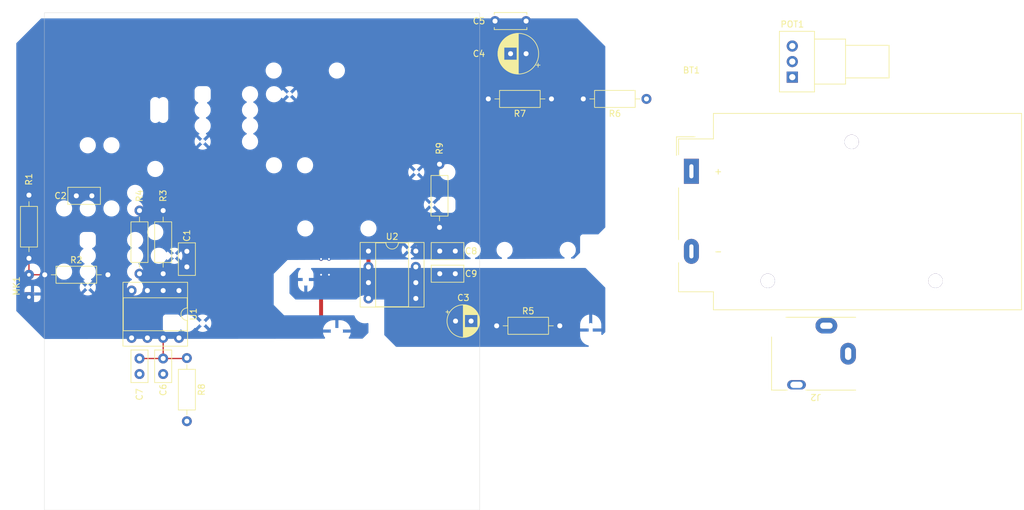
<source format=kicad_pcb>
(kicad_pcb (version 20241229) (generator "pcbnew") (generator_version "9.0")
  (title_block (title "JLI2555_tin_can_mic") (date "2025-11-10") (rev "1.0") (company "Anauseam") (comment 1 "Simple HiFi JLI-2555 microphone circuit") (comment 2 "Line-Level output "))
  (layers (0 "F.Cu" signal) (2 "B.Cu" signal) (13 "F.Paste" user) (15 "B.Paste" user) (5 "F.SilkS" user "F.Silkscreen") (7 "B.SilkS" user "B.Silkscreen") (1 "F.Mask" user) (3 "B.Mask" user) (25 "Edge.Cuts" user))
  (net 0 "")
  (net 1 "BAT -")
  (net 2 "+9v")
  (net 3 "Net-(U1A--)")
  (net 4 "Net-(C1-Pad2)")
  (net 5 "Net-(C2-Pad2)")
  (net 6 "GND")
  (net 7 "Net-(U2B-+)")
  (net 8 "Net-(U1B-V+)")
  (net 9 "Net-(U2C-V+)")
  (net 10 "Net-(J2-PadT)")
  (net 11 "Net-(MK1-+)")
  (net 12 "Net-(U2A-+)")
  (net 13 "Vref")
  (net 17 "Net-(U2B--)")
  (net 18 "Net-(C3-Pad2)")
  (net 19 "Net-(U1A-+)")
  (footprint "Resistor_THT:R_Axial_DIN0207_L6.3mm_D2.5mm_P10.16mm_Horizontal" (layer "F.Cu") (at 100.56 28.86 180)
    (property "Reference" "R7" (at 5.08 -2.37 0) (layer "F.SilkS"))
    (property "Value" "100k")
    (fp_line (start 9.12 0) (end 8.35 0) (stroke (width 0.12)) (layer "F.SilkS"))
    (fp_line (start 1.04 0) (end 1.81 0) (stroke (width 0.12)) (layer "F.SilkS"))
    (fp_rect (start 1.81 -1.37) (end 8.35 1.37) (stroke (width 0.12)) (fill no) (layer "F.SilkS"))
    (pad "1" thru_hole circle (at 0 0 180) (size 1.6 1.6) (drill 0.8) (layers "*.Cu" "*.Mask") (net 12 "Net-(U2A-+)"))
    (pad "2" thru_hole circle (at 10.16 0 180) (size 1.6 1.6) (drill 0.8) (layers "*.Cu" "*.Mask") (net 6 "GND"))
  )
  (footprint "Package_DIP:DIP-8_W7.62mm_Socket" (layer "F.Cu") (at 71.12 53.34)
    (property "Reference" "U2" (at 3.81 -2.33 0) (layer "F.SilkS"))
    (property "Value" "TL072")
    (fp_line (start 1.16 -1.33) (end 1.16 8.95) (stroke (width 0.12)) (layer "F.SilkS"))
    (fp_line (start 1.16 8.95) (end 6.46 8.95) (stroke (width 0.12)) (layer "F.SilkS"))
    (fp_line (start 2.81 -1.33) (end 1.16 -1.33) (stroke (width 0.12)) (layer "F.SilkS"))
    (fp_line (start 6.46 -1.33) (end 4.81 -1.33) (stroke (width 0.12)) (layer "F.SilkS"))
    (fp_line (start 6.46 8.95) (end 6.46 -1.33) (stroke (width 0.12)) (layer "F.SilkS"))
    (fp_rect (start -1.33 -1.39) (end 8.95 9.01) (stroke (width 0.12)) (fill no) (layer "F.SilkS"))
    (fp_arc (start 4.81 -1.33) (mid 3.81 -0.33) (end 2.81 -1.33) (stroke (width 0.12)) (layer "F.SilkS"))
    (pad "1" thru_hole roundrect (at 0 0) (size 1.6 1.6) (drill 0.8) (layers "*.Cu" "*.Mask") (roundrect_rratio 0.15625) (net 13 "Vref"))
    (pad "2" thru_hole circle (at 0 2.54) (size 1.6 1.6) (drill 0.8) (layers "*.Cu" "*.Mask") (net 13 "Vref"))
    (pad "3" thru_hole circle (at 0 5.08) (size 1.6 1.6) (drill 0.8) (layers "*.Cu" "*.Mask") (net 12 "Net-(U2A-+)"))
    (pad "4" thru_hole circle (at 0 7.62) (size 1.6 1.6) (drill 0.8) (layers "*.Cu" "*.Mask") (net 6 "GND"))
    (pad "5" thru_hole circle (at 7.62 7.62) (size 1.6 1.6) (drill 0.8) (layers "*.Cu" "*.Mask") (net 7 "Net-(U2B-+)"))
    (pad "6" thru_hole circle (at 7.62 5.08) (size 1.6 1.6) (drill 0.8) (layers "*.Cu" "*.Mask") (net 17 "Net-(U2B--)"))
    (pad "7" thru_hole circle (at 7.62 2.54) (size 1.6 1.6) (drill 0.8) (layers "*.Cu" "*.Mask") (net 17 "Net-(U2B--)"))
    (pad "8" thru_hole circle (at 7.62 0) (size 1.6 1.6) (drill 0.8) (layers "*.Cu" "*.Mask") (net 9 "Net-(U2C-V+)"))
  )
  (footprint "Capacitor_THT:CP_Radial_D6.3mm_P2.50mm" (layer "F.Cu") (at 96.48 21.59 180)
    (property "Reference" "C4" (at 7.58 0 180) (layer "F.SilkS"))
    (property "Value" "100u")
    (fp_line (start 4.49 -0.402) (end 4.49 0.402) (stroke (width 0.12)) (layer "F.SilkS"))
    (fp_line (start 4.45 -0.633) (end 4.45 0.633) (stroke (width 0.12)) (layer "F.SilkS"))
    (fp_line (start 4.41 -0.801) (end 4.41 0.801) (stroke (width 0.12)) (layer "F.SilkS"))
    (fp_line (start 4.37 -0.939) (end 4.37 0.939) (stroke (width 0.12)) (layer "F.SilkS"))
    (fp_line (start 4.33 -1.058) (end 4.33 1.058) (stroke (width 0.12)) (layer "F.SilkS"))
    (fp_line (start 4.29 -1.165) (end 4.29 1.165) (stroke (width 0.12)) (layer "F.SilkS"))
    (fp_line (start 4.25 -1.261) (end 4.25 1.261) (stroke (width 0.12)) (layer "F.SilkS"))
    (fp_line (start 4.21 -1.35) (end 4.21 1.35) (stroke (width 0.12)) (layer "F.SilkS"))
    (fp_line (start 4.17 -1.432) (end 4.17 1.432) (stroke (width 0.12)) (layer "F.SilkS"))
    (fp_line (start 4.13 -1.509) (end 4.13 1.509) (stroke (width 0.12)) (layer "F.SilkS"))
    (fp_line (start 4.09 -1.581) (end 4.09 1.581) (stroke (width 0.12)) (layer "F.SilkS"))
    (fp_line (start 4.05 -1.649) (end 4.05 1.649) (stroke (width 0.12)) (layer "F.SilkS"))
    (fp_line (start 4.01 -1.714) (end 4.01 1.714) (stroke (width 0.12)) (layer "F.SilkS"))
    (fp_line (start 3.97 -1.775) (end 3.97 1.775) (stroke (width 0.12)) (layer "F.SilkS"))
    (fp_line (start 3.93 -1.834) (end 3.93 1.834) (stroke (width 0.12)) (layer "F.SilkS"))
    (fp_line (start 3.89 -1.89) (end 3.89 1.89) (stroke (width 0.12)) (layer "F.SilkS"))
    (fp_line (start 3.85 -1.943) (end 3.85 1.943) (stroke (width 0.12)) (layer "F.SilkS"))
    (fp_line (start 3.81 -1.995) (end 3.81 1.995) (stroke (width 0.12)) (layer "F.SilkS"))
    (fp_line (start 3.77 -2.044) (end 3.77 2.044) (stroke (width 0.12)) (layer "F.SilkS"))
    (fp_line (start 3.73 -2.091) (end 3.73 2.091) (stroke (width 0.12)) (layer "F.SilkS"))
    (fp_line (start 3.69 -2.137) (end 3.69 2.137) (stroke (width 0.12)) (layer "F.SilkS"))
    (fp_line (start 3.65 -2.181) (end 3.65 2.181) (stroke (width 0.12)) (layer "F.SilkS"))
    (fp_line (start 3.61 -2.223) (end 3.61 2.223) (stroke (width 0.12)) (layer "F.SilkS"))
    (fp_line (start 3.57 -2.264) (end 3.57 2.264) (stroke (width 0.12)) (layer "F.SilkS"))
    (fp_line (start 3.53 1.04) (end 3.53 2.304) (stroke (width 0.12)) (layer "F.SilkS"))
    (fp_line (start 3.53 -2.304) (end 3.53 -1.04) (stroke (width 0.12)) (layer "F.SilkS"))
    (fp_line (start 3.49 1.04) (end 3.49 2.342) (stroke (width 0.12)) (layer "F.SilkS"))
    (fp_line (start 3.49 -2.342) (end 3.49 -1.04) (stroke (width 0.12)) (layer "F.SilkS"))
    (fp_line (start 3.45 1.04) (end 3.45 2.379) (stroke (width 0.12)) (layer "F.SilkS"))
    (fp_line (start 3.45 -2.379) (end 3.45 -1.04) (stroke (width 0.12)) (layer "F.SilkS"))
    (fp_line (start 3.41 1.04) (end 3.41 2.415) (stroke (width 0.12)) (layer "F.SilkS"))
    (fp_line (start 3.41 -2.415) (end 3.41 -1.04) (stroke (width 0.12)) (layer "F.SilkS"))
    (fp_line (start 3.37 1.04) (end 3.37 2.45) (stroke (width 0.12)) (layer "F.SilkS"))
    (fp_line (start 3.37 -2.45) (end 3.37 -1.04) (stroke (width 0.12)) (layer "F.SilkS"))
    (fp_line (start 3.33 1.04) (end 3.33 2.483) (stroke (width 0.12)) (layer "F.SilkS"))
    (fp_line (start 3.33 -2.483) (end 3.33 -1.04) (stroke (width 0.12)) (layer "F.SilkS"))
    (fp_line (start 3.29 1.04) (end 3.29 2.516) (stroke (width 0.12)) (layer "F.SilkS"))
    (fp_line (start 3.29 -2.516) (end 3.29 -1.04) (stroke (width 0.12)) (layer "F.SilkS"))
    (fp_line (start 3.25 1.04) (end 3.25 2.547) (stroke (width 0.12)) (layer "F.SilkS"))
    (fp_line (start 3.25 -2.547) (end 3.25 -1.04) (stroke (width 0.12)) (layer "F.SilkS"))
    (fp_line (start 3.21 1.04) (end 3.21 2.577) (stroke (width 0.12)) (layer "F.SilkS"))
    (fp_line (start 3.21 -2.577) (end 3.21 -1.04) (stroke (width 0.12)) (layer "F.SilkS"))
    (fp_line (start 3.17 1.04) (end 3.17 2.607) (stroke (width 0.12)) (layer "F.SilkS"))
    (fp_line (start 3.17 -2.607) (end 3.17 -1.04) (stroke (width 0.12)) (layer "F.SilkS"))
    (fp_line (start 3.13 1.04) (end 3.13 2.636) (stroke (width 0.12)) (layer "F.SilkS"))
    (fp_line (start 3.13 -2.636) (end 3.13 -1.04) (stroke (width 0.12)) (layer "F.SilkS"))
    (fp_line (start 3.09 1.04) (end 3.09 2.663) (stroke (width 0.12)) (layer "F.SilkS"))
    (fp_line (start 3.09 -2.663) (end 3.09 -1.04) (stroke (width 0.12)) (layer "F.SilkS"))
    (fp_line (start 3.05 1.04) (end 3.05 2.69) (stroke (width 0.12)) (layer "F.SilkS"))
    (fp_line (start 3.05 -2.69) (end 3.05 -1.04) (stroke (width 0.12)) (layer "F.SilkS"))
    (fp_line (start 3.01 1.04) (end 3.01 2.716) (stroke (width 0.12)) (layer "F.SilkS"))
    (fp_line (start 3.01 -2.716) (end 3.01 -1.04) (stroke (width 0.12)) (layer "F.SilkS"))
    (fp_line (start 2.97 1.04) (end 2.97 2.741) (stroke (width 0.12)) (layer "F.SilkS"))
    (fp_line (start 2.97 -2.741) (end 2.97 -1.04) (stroke (width 0.12)) (layer "F.SilkS"))
    (fp_line (start 2.93 1.04) (end 2.93 2.765) (stroke (width 0.12)) (layer "F.SilkS"))
    (fp_line (start 2.93 -2.765) (end 2.93 -1.04) (stroke (width 0.12)) (layer "F.SilkS"))
    (fp_line (start 2.89 1.04) (end 2.89 2.789) (stroke (width 0.12)) (layer "F.SilkS"))
    (fp_line (start 2.89 -2.789) (end 2.89 -1.04) (stroke (width 0.12)) (layer "F.SilkS"))
    (fp_line (start 2.85 1.04) (end 2.85 2.812) (stroke (width 0.12)) (layer "F.SilkS"))
    (fp_line (start 2.85 -2.812) (end 2.85 -1.04) (stroke (width 0.12)) (layer "F.SilkS"))
    (fp_line (start 2.81 1.04) (end 2.81 2.834) (stroke (width 0.12)) (layer "F.SilkS"))
    (fp_line (start 2.81 -2.834) (end 2.81 -1.04) (stroke (width 0.12)) (layer "F.SilkS"))
    (fp_line (start 2.77 1.04) (end 2.77 2.855) (stroke (width 0.12)) (layer "F.SilkS"))
    (fp_line (start 2.77 -2.855) (end 2.77 -1.04) (stroke (width 0.12)) (layer "F.SilkS"))
    (fp_line (start 2.73 1.04) (end 2.73 2.876) (stroke (width 0.12)) (layer "F.SilkS"))
    (fp_line (start 2.73 -2.876) (end 2.73 -1.04) (stroke (width 0.12)) (layer "F.SilkS"))
    (fp_line (start 2.69 1.04) (end 2.69 2.896) (stroke (width 0.12)) (layer "F.SilkS"))
    (fp_line (start 2.69 -2.896) (end 2.69 -1.04) (stroke (width 0.12)) (layer "F.SilkS"))
    (fp_line (start 2.65 1.04) (end 2.65 2.915) (stroke (width 0.12)) (layer "F.SilkS"))
    (fp_line (start 2.65 -2.915) (end 2.65 -1.04) (stroke (width 0.12)) (layer "F.SilkS"))
    (fp_line (start 2.61 1.04) (end 2.61 2.934) (stroke (width 0.12)) (layer "F.SilkS"))
    (fp_line (start 2.61 -2.934) (end 2.61 -1.04) (stroke (width 0.12)) (layer "F.SilkS"))
    (fp_line (start 2.57 1.04) (end 2.57 2.952) (stroke (width 0.12)) (layer "F.SilkS"))
    (fp_line (start 2.57 -2.952) (end 2.57 -1.04) (stroke (width 0.12)) (layer "F.SilkS"))
    (fp_line (start 2.53 1.04) (end 2.53 2.969) (stroke (width 0.12)) (layer "F.SilkS"))
    (fp_line (start 2.53 -2.969) (end 2.53 -1.04) (stroke (width 0.12)) (layer "F.SilkS"))
    (fp_line (start 2.49 1.04) (end 2.49 2.986) (stroke (width 0.12)) (layer "F.SilkS"))
    (fp_line (start 2.49 -2.986) (end 2.49 -1.04) (stroke (width 0.12)) (layer "F.SilkS"))
    (fp_line (start 2.45 1.04) (end 2.45 3.002) (stroke (width 0.12)) (layer "F.SilkS"))
    (fp_line (start 2.45 -3.002) (end 2.45 -1.04) (stroke (width 0.12)) (layer "F.SilkS"))
    (fp_line (start 2.41 1.04) (end 2.41 3.017) (stroke (width 0.12)) (layer "F.SilkS"))
    (fp_line (start 2.41 -3.017) (end 2.41 -1.04) (stroke (width 0.12)) (layer "F.SilkS"))
    (fp_line (start 2.37 1.04) (end 2.37 3.032) (stroke (width 0.12)) (layer "F.SilkS"))
    (fp_line (start 2.37 -3.032) (end 2.37 -1.04) (stroke (width 0.12)) (layer "F.SilkS"))
    (fp_line (start 2.33 1.04) (end 2.33 3.047) (stroke (width 0.12)) (layer "F.SilkS"))
    (fp_line (start 2.33 -3.047) (end 2.33 -1.04) (stroke (width 0.12)) (layer "F.SilkS"))
    (fp_line (start 2.29 1.04) (end 2.29 3.06) (stroke (width 0.12)) (layer "F.SilkS"))
    (fp_line (start 2.29 -3.06) (end 2.29 -1.04) (stroke (width 0.12)) (layer "F.SilkS"))
    (fp_line (start 2.25 1.04) (end 2.25 3.073) (stroke (width 0.12)) (layer "F.SilkS"))
    (fp_line (start 2.25 -3.073) (end 2.25 -1.04) (stroke (width 0.12)) (layer "F.SilkS"))
    (fp_line (start 2.21 1.04) (end 2.21 3.086) (stroke (width 0.12)) (layer "F.SilkS"))
    (fp_line (start 2.21 -3.086) (end 2.21 -1.04) (stroke (width 0.12)) (layer "F.SilkS"))
    (fp_line (start 2.17 1.04) (end 2.17 3.098) (stroke (width 0.12)) (layer "F.SilkS"))
    (fp_line (start 2.17 -3.098) (end 2.17 -1.04) (stroke (width 0.12)) (layer "F.SilkS"))
    (fp_line (start 2.13 1.04) (end 2.13 3.109) (stroke (width 0.12)) (layer "F.SilkS"))
    (fp_line (start 2.13 -3.109) (end 2.13 -1.04) (stroke (width 0.12)) (layer "F.SilkS"))
    (fp_line (start 2.09 1.04) (end 2.09 3.12) (stroke (width 0.12)) (layer "F.SilkS"))
    (fp_line (start 2.09 -3.12) (end 2.09 -1.04) (stroke (width 0.12)) (layer "F.SilkS"))
    (fp_line (start 2.05 1.04) (end 2.05 3.131) (stroke (width 0.12)) (layer "F.SilkS"))
    (fp_line (start 2.05 -3.131) (end 2.05 -1.04) (stroke (width 0.12)) (layer "F.SilkS"))
    (fp_line (start 2.01 1.04) (end 2.01 3.14) (stroke (width 0.12)) (layer "F.SilkS"))
    (fp_line (start 2.01 -3.14) (end 2.01 -1.04) (stroke (width 0.12)) (layer "F.SilkS"))
    (fp_line (start 1.97 1.04) (end 1.97 3.15) (stroke (width 0.12)) (layer "F.SilkS"))
    (fp_line (start 1.97 -3.15) (end 1.97 -1.04) (stroke (width 0.12)) (layer "F.SilkS"))
    (fp_line (start 1.93 1.04) (end 1.93 3.159) (stroke (width 0.12)) (layer "F.SilkS"))
    (fp_line (start 1.93 -3.159) (end 1.93 -1.04) (stroke (width 0.12)) (layer "F.SilkS"))
    (fp_line (start 1.89 1.04) (end 1.89 3.167) (stroke (width 0.12)) (layer "F.SilkS"))
    (fp_line (start 1.89 -3.167) (end 1.89 -1.04) (stroke (width 0.12)) (layer "F.SilkS"))
    (fp_line (start 1.85 1.04) (end 1.85 3.174) (stroke (width 0.12)) (layer "F.SilkS"))
    (fp_line (start 1.85 -3.174) (end 1.85 -1.04) (stroke (width 0.12)) (layer "F.SilkS"))
    (fp_line (start 1.81 1.04) (end 1.81 3.182) (stroke (width 0.12)) (layer "F.SilkS"))
    (fp_line (start 1.81 -3.182) (end 1.81 -1.04) (stroke (width 0.12)) (layer "F.SilkS"))
    (fp_line (start 1.77 1.04) (end 1.77 3.188) (stroke (width 0.12)) (layer "F.SilkS"))
    (fp_line (start 1.77 -3.188) (end 1.77 -1.04) (stroke (width 0.12)) (layer "F.SilkS"))
    (fp_line (start 1.73 1.04) (end 1.73 3.195) (stroke (width 0.12)) (layer "F.SilkS"))
    (fp_line (start 1.73 -3.195) (end 1.73 -1.04) (stroke (width 0.12)) (layer "F.SilkS"))
    (fp_line (start 1.69 1.04) (end 1.69 3.2) (stroke (width 0.12)) (layer "F.SilkS"))
    (fp_line (start 1.69 -3.2) (end 1.69 -1.04) (stroke (width 0.12)) (layer "F.SilkS"))
    (fp_line (start 1.65 1.04) (end 1.65 3.205) (stroke (width 0.12)) (layer "F.SilkS"))
    (fp_line (start 1.65 -3.205) (end 1.65 -1.04) (stroke (width 0.12)) (layer "F.SilkS"))
    (fp_line (start 1.61 1.04) (end 1.61 3.21) (stroke (width 0.12)) (layer "F.SilkS"))
    (fp_line (start 1.61 -3.21) (end 1.61 -1.04) (stroke (width 0.12)) (layer "F.SilkS"))
    (fp_line (start 1.57 1.04) (end 1.57 3.214) (stroke (width 0.12)) (layer "F.SilkS"))
    (fp_line (start 1.57 -3.214) (end 1.57 -1.04) (stroke (width 0.12)) (layer "F.SilkS"))
    (fp_line (start 1.53 1.04) (end 1.53 3.218) (stroke (width 0.12)) (layer "F.SilkS"))
    (fp_line (start 1.53 -3.218) (end 1.53 -1.04) (stroke (width 0.12)) (layer "F.SilkS"))
    (fp_line (start 1.49 1.04) (end 1.49 3.221) (stroke (width 0.12)) (layer "F.SilkS"))
    (fp_line (start 1.49 -3.221) (end 1.49 -1.04) (stroke (width 0.12)) (layer "F.SilkS"))
    (fp_line (start 1.45 -3.224) (end 1.45 3.224) (stroke (width 0.12)) (layer "F.SilkS"))
    (fp_line (start 1.41 -3.226) (end 1.41 3.226) (stroke (width 0.12)) (layer "F.SilkS"))
    (fp_line (start 1.37 -3.228) (end 1.37 3.228) (stroke (width 0.12)) (layer "F.SilkS"))
    (fp_line (start 1.33 -3.229) (end 1.33 3.229) (stroke (width 0.12)) (layer "F.SilkS"))
    (fp_line (start 1.29 -3.23) (end 1.29 3.23) (stroke (width 0.12)) (layer "F.SilkS"))
    (fp_line (start 1.25 -3.23) (end 1.25 3.23) (stroke (width 0.12)) (layer "F.SilkS"))
    (fp_line (start -1.935241 -2.154) (end -1.935241 -1.524) (stroke (width 0.12)) (layer "F.SilkS"))
    (fp_line (start -2.250241 -1.839) (end -1.620241 -1.839) (stroke (width 0.12)) (layer "F.SilkS"))
    (fp_circle (center 1.25 0) (end 4.52 0) (stroke (width 0.12)) (fill no) (layer "F.SilkS"))
    (pad "1" thru_hole roundrect (at 0 0 180) (size 1.6 1.6) (drill 0.8) (layers "*.Cu" "*.Mask") (roundrect_rratio 0.15625) (net 12 "Net-(U2A-+)"))
    (pad "2" thru_hole circle (at 2.5 0 180) (size 1.6 1.6) (drill 0.8) (layers "*.Cu" "*.Mask") (net 6 "GND"))
  )
  (footprint "Capacitor_THT:CP_Radial_D5.0mm_P2.50mm" (layer "F.Cu") (at 85.13 64.6)
    (property "Reference" "C3" (at 1.25 -3.75 0) (layer "F.SilkS"))
    (property "Value" "10u")
    (fp_line (start -1.554775 -1.475) (end -1.054775 -1.475) (stroke (width 0.12)) (layer "F.SilkS"))
    (fp_line (start -1.304775 -1.725) (end -1.304775 -1.225) (stroke (width 0.12)) (layer "F.SilkS"))
    (fp_line (start 1.25 -2.58) (end 1.25 2.58) (stroke (width 0.12)) (layer "F.SilkS"))
    (fp_line (start 1.29 -2.58) (end 1.29 2.58) (stroke (width 0.12)) (layer "F.SilkS"))
    (fp_line (start 1.33 -2.579) (end 1.33 2.579) (stroke (width 0.12)) (layer "F.SilkS"))
    (fp_line (start 1.37 -2.577) (end 1.37 2.577) (stroke (width 0.12)) (layer "F.SilkS"))
    (fp_line (start 1.41 -2.575) (end 1.41 2.575) (stroke (width 0.12)) (layer "F.SilkS"))
    (fp_line (start 1.45 -2.572) (end 1.45 2.572) (stroke (width 0.12)) (layer "F.SilkS"))
    (fp_line (start 1.49 -2.569) (end 1.49 -1.04) (stroke (width 0.12)) (layer "F.SilkS"))
    (fp_line (start 1.49 1.04) (end 1.49 2.569) (stroke (width 0.12)) (layer "F.SilkS"))
    (fp_line (start 1.53 -2.565) (end 1.53 -1.04) (stroke (width 0.12)) (layer "F.SilkS"))
    (fp_line (start 1.53 1.04) (end 1.53 2.565) (stroke (width 0.12)) (layer "F.SilkS"))
    (fp_line (start 1.57 -2.56) (end 1.57 -1.04) (stroke (width 0.12)) (layer "F.SilkS"))
    (fp_line (start 1.57 1.04) (end 1.57 2.56) (stroke (width 0.12)) (layer "F.SilkS"))
    (fp_line (start 1.61 -2.555) (end 1.61 -1.04) (stroke (width 0.12)) (layer "F.SilkS"))
    (fp_line (start 1.61 1.04) (end 1.61 2.555) (stroke (width 0.12)) (layer "F.SilkS"))
    (fp_line (start 1.65 -2.549) (end 1.65 -1.04) (stroke (width 0.12)) (layer "F.SilkS"))
    (fp_line (start 1.65 1.04) (end 1.65 2.549) (stroke (width 0.12)) (layer "F.SilkS"))
    (fp_line (start 1.69 -2.543) (end 1.69 -1.04) (stroke (width 0.12)) (layer "F.SilkS"))
    (fp_line (start 1.69 1.04) (end 1.69 2.543) (stroke (width 0.12)) (layer "F.SilkS"))
    (fp_line (start 1.73 -2.536) (end 1.73 -1.04) (stroke (width 0.12)) (layer "F.SilkS"))
    (fp_line (start 1.73 1.04) (end 1.73 2.536) (stroke (width 0.12)) (layer "F.SilkS"))
    (fp_line (start 1.77 -2.528) (end 1.77 -1.04) (stroke (width 0.12)) (layer "F.SilkS"))
    (fp_line (start 1.77 1.04) (end 1.77 2.528) (stroke (width 0.12)) (layer "F.SilkS"))
    (fp_line (start 1.81 -2.519) (end 1.81 -1.04) (stroke (width 0.12)) (layer "F.SilkS"))
    (fp_line (start 1.81 1.04) (end 1.81 2.519) (stroke (width 0.12)) (layer "F.SilkS"))
    (fp_line (start 1.85 -2.51) (end 1.85 -1.04) (stroke (width 0.12)) (layer "F.SilkS"))
    (fp_line (start 1.85 1.04) (end 1.85 2.51) (stroke (width 0.12)) (layer "F.SilkS"))
    (fp_line (start 1.89 -2.501) (end 1.89 -1.04) (stroke (width 0.12)) (layer "F.SilkS"))
    (fp_line (start 1.89 1.04) (end 1.89 2.501) (stroke (width 0.12)) (layer "F.SilkS"))
    (fp_line (start 1.93 -2.49) (end 1.93 -1.04) (stroke (width 0.12)) (layer "F.SilkS"))
    (fp_line (start 1.93 1.04) (end 1.93 2.49) (stroke (width 0.12)) (layer "F.SilkS"))
    (fp_line (start 1.97 -2.479) (end 1.97 -1.04) (stroke (width 0.12)) (layer "F.SilkS"))
    (fp_line (start 1.97 1.04) (end 1.97 2.479) (stroke (width 0.12)) (layer "F.SilkS"))
    (fp_line (start 2.01 -2.467) (end 2.01 -1.04) (stroke (width 0.12)) (layer "F.SilkS"))
    (fp_line (start 2.01 1.04) (end 2.01 2.467) (stroke (width 0.12)) (layer "F.SilkS"))
    (fp_line (start 2.05 -2.455) (end 2.05 -1.04) (stroke (width 0.12)) (layer "F.SilkS"))
    (fp_line (start 2.05 1.04) (end 2.05 2.455) (stroke (width 0.12)) (layer "F.SilkS"))
    (fp_line (start 2.09 -2.442) (end 2.09 -1.04) (stroke (width 0.12)) (layer "F.SilkS"))
    (fp_line (start 2.09 1.04) (end 2.09 2.442) (stroke (width 0.12)) (layer "F.SilkS"))
    (fp_line (start 2.13 -2.428) (end 2.13 -1.04) (stroke (width 0.12)) (layer "F.SilkS"))
    (fp_line (start 2.13 1.04) (end 2.13 2.428) (stroke (width 0.12)) (layer "F.SilkS"))
    (fp_line (start 2.17 -2.413) (end 2.17 -1.04) (stroke (width 0.12)) (layer "F.SilkS"))
    (fp_line (start 2.17 1.04) (end 2.17 2.413) (stroke (width 0.12)) (layer "F.SilkS"))
    (fp_line (start 2.21 -2.398) (end 2.21 -1.04) (stroke (width 0.12)) (layer "F.SilkS"))
    (fp_line (start 2.21 1.04) (end 2.21 2.398) (stroke (width 0.12)) (layer "F.SilkS"))
    (fp_line (start 2.25 -2.382) (end 2.25 -1.04) (stroke (width 0.12)) (layer "F.SilkS"))
    (fp_line (start 2.25 1.04) (end 2.25 2.382) (stroke (width 0.12)) (layer "F.SilkS"))
    (fp_line (start 2.29 -2.365) (end 2.29 -1.04) (stroke (width 0.12)) (layer "F.SilkS"))
    (fp_line (start 2.29 1.04) (end 2.29 2.365) (stroke (width 0.12)) (layer "F.SilkS"))
    (fp_line (start 2.33 -2.347) (end 2.33 -1.04) (stroke (width 0.12)) (layer "F.SilkS"))
    (fp_line (start 2.33 1.04) (end 2.33 2.347) (stroke (width 0.12)) (layer "F.SilkS"))
    (fp_line (start 2.37 -2.329) (end 2.37 -1.04) (stroke (width 0.12)) (layer "F.SilkS"))
    (fp_line (start 2.37 1.04) (end 2.37 2.329) (stroke (width 0.12)) (layer "F.SilkS"))
    (fp_line (start 2.41 -2.309) (end 2.41 -1.04) (stroke (width 0.12)) (layer "F.SilkS"))
    (fp_line (start 2.41 1.04) (end 2.41 2.309) (stroke (width 0.12)) (layer "F.SilkS"))
    (fp_line (start 2.45 -2.289) (end 2.45 -1.04) (stroke (width 0.12)) (layer "F.SilkS"))
    (fp_line (start 2.45 1.04) (end 2.45 2.289) (stroke (width 0.12)) (layer "F.SilkS"))
    (fp_line (start 2.49 -2.268) (end 2.49 -1.04) (stroke (width 0.12)) (layer "F.SilkS"))
    (fp_line (start 2.49 1.04) (end 2.49 2.268) (stroke (width 0.12)) (layer "F.SilkS"))
    (fp_line (start 2.53 -2.246) (end 2.53 -1.04) (stroke (width 0.12)) (layer "F.SilkS"))
    (fp_line (start 2.53 1.04) (end 2.53 2.246) (stroke (width 0.12)) (layer "F.SilkS"))
    (fp_line (start 2.57 -2.223) (end 2.57 -1.04) (stroke (width 0.12)) (layer "F.SilkS"))
    (fp_line (start 2.57 1.04) (end 2.57 2.223) (stroke (width 0.12)) (layer "F.SilkS"))
    (fp_line (start 2.61 -2.199) (end 2.61 -1.04) (stroke (width 0.12)) (layer "F.SilkS"))
    (fp_line (start 2.61 1.04) (end 2.61 2.199) (stroke (width 0.12)) (layer "F.SilkS"))
    (fp_line (start 2.65 -2.175) (end 2.65 -1.04) (stroke (width 0.12)) (layer "F.SilkS"))
    (fp_line (start 2.65 1.04) (end 2.65 2.175) (stroke (width 0.12)) (layer "F.SilkS"))
    (fp_line (start 2.69 -2.149) (end 2.69 -1.04) (stroke (width 0.12)) (layer "F.SilkS"))
    (fp_line (start 2.69 1.04) (end 2.69 2.149) (stroke (width 0.12)) (layer "F.SilkS"))
    (fp_line (start 2.73 -2.122) (end 2.73 -1.04) (stroke (width 0.12)) (layer "F.SilkS"))
    (fp_line (start 2.73 1.04) (end 2.73 2.122) (stroke (width 0.12)) (layer "F.SilkS"))
    (fp_line (start 2.77 -2.094) (end 2.77 -1.04) (stroke (width 0.12)) (layer "F.SilkS"))
    (fp_line (start 2.77 1.04) (end 2.77 2.094) (stroke (width 0.12)) (layer "F.SilkS"))
    (fp_line (start 2.81 -2.065) (end 2.81 -1.04) (stroke (width 0.12)) (layer "F.SilkS"))
    (fp_line (start 2.81 1.04) (end 2.81 2.065) (stroke (width 0.12)) (layer "F.SilkS"))
    (fp_line (start 2.85 -2.035) (end 2.85 -1.04) (stroke (width 0.12)) (layer "F.SilkS"))
    (fp_line (start 2.85 1.04) (end 2.85 2.035) (stroke (width 0.12)) (layer "F.SilkS"))
    (fp_line (start 2.89 -2.003) (end 2.89 -1.04) (stroke (width 0.12)) (layer "F.SilkS"))
    (fp_line (start 2.89 1.04) (end 2.89 2.003) (stroke (width 0.12)) (layer "F.SilkS"))
    (fp_line (start 2.93 -1.97) (end 2.93 -1.04) (stroke (width 0.12)) (layer "F.SilkS"))
    (fp_line (start 2.93 1.04) (end 2.93 1.97) (stroke (width 0.12)) (layer "F.SilkS"))
    (fp_line (start 2.97 -1.936) (end 2.97 -1.04) (stroke (width 0.12)) (layer "F.SilkS"))
    (fp_line (start 2.97 1.04) (end 2.97 1.936) (stroke (width 0.12)) (layer "F.SilkS"))
    (fp_line (start 3.01 -1.901) (end 3.01 -1.04) (stroke (width 0.12)) (layer "F.SilkS"))
    (fp_line (start 3.01 1.04) (end 3.01 1.901) (stroke (width 0.12)) (layer "F.SilkS"))
    (fp_line (start 3.05 -1.864) (end 3.05 -1.04) (stroke (width 0.12)) (layer "F.SilkS"))
    (fp_line (start 3.05 1.04) (end 3.05 1.864) (stroke (width 0.12)) (layer "F.SilkS"))
    (fp_line (start 3.09 -1.825) (end 3.09 -1.04) (stroke (width 0.12)) (layer "F.SilkS"))
    (fp_line (start 3.09 1.04) (end 3.09 1.825) (stroke (width 0.12)) (layer "F.SilkS"))
    (fp_line (start 3.13 -1.785) (end 3.13 -1.04) (stroke (width 0.12)) (layer "F.SilkS"))
    (fp_line (start 3.13 1.04) (end 3.13 1.785) (stroke (width 0.12)) (layer "F.SilkS"))
    (fp_line (start 3.17 -1.743) (end 3.17 -1.04) (stroke (width 0.12)) (layer "F.SilkS"))
    (fp_line (start 3.17 1.04) (end 3.17 1.743) (stroke (width 0.12)) (layer "F.SilkS"))
    (fp_line (start 3.21 -1.699) (end 3.21 -1.04) (stroke (width 0.12)) (layer "F.SilkS"))
    (fp_line (start 3.21 1.04) (end 3.21 1.699) (stroke (width 0.12)) (layer "F.SilkS"))
    (fp_line (start 3.25 -1.652) (end 3.25 -1.04) (stroke (width 0.12)) (layer "F.SilkS"))
    (fp_line (start 3.25 1.04) (end 3.25 1.652) (stroke (width 0.12)) (layer "F.SilkS"))
    (fp_line (start 3.29 -1.604) (end 3.29 -1.04) (stroke (width 0.12)) (layer "F.SilkS"))
    (fp_line (start 3.29 1.04) (end 3.29 1.604) (stroke (width 0.12)) (layer "F.SilkS"))
    (fp_line (start 3.33 -1.553) (end 3.33 -1.04) (stroke (width 0.12)) (layer "F.SilkS"))
    (fp_line (start 3.33 1.04) (end 3.33 1.553) (stroke (width 0.12)) (layer "F.SilkS"))
    (fp_line (start 3.37 -1.499) (end 3.37 -1.04) (stroke (width 0.12)) (layer "F.SilkS"))
    (fp_line (start 3.37 1.04) (end 3.37 1.499) (stroke (width 0.12)) (layer "F.SilkS"))
    (fp_line (start 3.41 -1.443) (end 3.41 -1.04) (stroke (width 0.12)) (layer "F.SilkS"))
    (fp_line (start 3.41 1.04) (end 3.41 1.443) (stroke (width 0.12)) (layer "F.SilkS"))
    (fp_line (start 3.45 -1.383) (end 3.45 -1.04) (stroke (width 0.12)) (layer "F.SilkS"))
    (fp_line (start 3.45 1.04) (end 3.45 1.383) (stroke (width 0.12)) (layer "F.SilkS"))
    (fp_line (start 3.49 -1.319) (end 3.49 -1.04) (stroke (width 0.12)) (layer "F.SilkS"))
    (fp_line (start 3.49 1.04) (end 3.49 1.319) (stroke (width 0.12)) (layer "F.SilkS"))
    (fp_line (start 3.53 -1.251) (end 3.53 -1.04) (stroke (width 0.12)) (layer "F.SilkS"))
    (fp_line (start 3.53 1.04) (end 3.53 1.251) (stroke (width 0.12)) (layer "F.SilkS"))
    (fp_line (start 3.57 -1.177) (end 3.57 1.177) (stroke (width 0.12)) (layer "F.SilkS"))
    (fp_line (start 3.61 -1.098) (end 3.61 1.098) (stroke (width 0.12)) (layer "F.SilkS"))
    (fp_line (start 3.65 -1.011) (end 3.65 1.011) (stroke (width 0.12)) (layer "F.SilkS"))
    (fp_line (start 3.69 -0.914) (end 3.69 0.914) (stroke (width 0.12)) (layer "F.SilkS"))
    (fp_line (start 3.73 -0.805) (end 3.73 0.805) (stroke (width 0.12)) (layer "F.SilkS"))
    (fp_line (start 3.77 -0.677) (end 3.77 0.677) (stroke (width 0.12)) (layer "F.SilkS"))
    (fp_line (start 3.81 -0.517) (end 3.81 0.517) (stroke (width 0.12)) (layer "F.SilkS"))
    (fp_line (start 3.85 -0.283) (end 3.85 0.283) (stroke (width 0.12)) (layer "F.SilkS"))
    (fp_circle (center 1.25 0) (end 3.87 0) (stroke (width 0.12)) (fill no) (layer "F.SilkS"))
    (pad "1" thru_hole roundrect (at 0 0) (size 1.6 1.6) (drill 0.8) (layers "*.Cu" "*.Mask") (roundrect_rratio 0.15625) (net 17 "Net-(U2B--)"))
    (pad "2" thru_hole circle (at 2.5 0) (size 1.6 1.6) (drill 0.8) (layers "*.Cu" "*.Mask") (net 18 "Net-(C3-Pad2)"))
  )
  (footprint "Package_DIP:DIP-8_W7.62mm_Socket" (layer "F.Cu") (at 40.64 59.69 -90)
    (property "Reference" "U1" (at 3.81 -2.33 90) (layer "F.SilkS"))
    (property "Value" "OPA134")
    (fp_line (start 1.16 8.95) (end 6.46 8.95) (stroke (width 0.12)) (layer "F.SilkS"))
    (fp_line (start 6.46 8.95) (end 6.46 -1.33) (stroke (width 0.12)) (layer "F.SilkS"))
    (fp_line (start 1.16 -1.33) (end 1.16 8.95) (stroke (width 0.12)) (layer "F.SilkS"))
    (fp_line (start 2.81 -1.33) (end 1.16 -1.33) (stroke (width 0.12)) (layer "F.SilkS"))
    (fp_line (start 6.46 -1.33) (end 4.81 -1.33) (stroke (width 0.12)) (layer "F.SilkS"))
    (fp_rect (start -1.33 -1.39) (end 8.95 9.01) (stroke (width 0.12)) (fill no) (layer "F.SilkS"))
    (fp_arc (start 4.81 -1.33) (mid 3.81 -0.33) (end 2.81 -1.33) (stroke (width 0.12)) (layer "F.SilkS"))
    (pad "1" thru_hole roundrect (at 0 0 270) (size 1.6 1.6) (drill 0.8) (layers "*.Cu" "*.Mask") (roundrect_rratio 0.15625))
    (pad "2" thru_hole circle (at 0 2.54 270) (size 1.6 1.6) (drill 0.8) (layers "*.Cu" "*.Mask") (net 3 "Net-(U1A--)"))
    (pad "3" thru_hole circle (at 0 5.08 270) (size 1.6 1.6) (drill 0.8) (layers "*.Cu" "*.Mask") (net 19 "Net-(U1A-+)"))
    (pad "4" thru_hole circle (at 0 7.62 270) (size 1.6 1.6) (drill 0.8) (layers "*.Cu" "*.Mask") (net 6 "GND"))
    (pad "5" thru_hole circle (at 7.62 7.62 270) (size 1.6 1.6) (drill 0.8) (layers "*.Cu" "*.Mask"))
    (pad "6" thru_hole circle (at 7.62 5.08 270) (size 1.6 1.6) (drill 0.8) (layers "*.Cu" "*.Mask") (net 4 "Net-(C1-Pad2)"))
    (pad "7" thru_hole circle (at 7.62 2.54 270) (size 1.6 1.6) (drill 0.8) (layers "*.Cu" "*.Mask") (net 8 "Net-(U1B-V+)"))
    (pad "8" thru_hole circle (at 7.62 0 270) (size 1.6 1.6) (drill 0.8) (layers "*.Cu" "*.Mask"))
  )
  (footprint "Connector_Audio:Jack_3.5mm_CUI_SJ1-3513N_Horizontal" (layer "F.Cu") (at 148.28 69.85 180)
    (property "Reference" "J2" (at 5.2 -7 180) (layer "F.SilkS"))
    (property "Value" "AudioJack3")
    (fp_line (start 12.31 -5.86) (end 12.31 2.7) (stroke (width 0.12)) (layer "F.SilkS"))
    (fp_line (start 12.31 -5.86) (end 9.8 -5.86) (stroke (width 0.12)) (layer "F.SilkS"))
    (fp_line (start 10 5.86) (end -1.2192 5.86) (stroke (width 0.12)) (layer "F.SilkS"))
    (fp_line (start 6.8 -5.86) (end -1.2192 -5.86) (stroke (width 0.12)) (layer "F.SilkS"))
    (pad "R" thru_hole oval (at 8.3 -5 180) (size 3 1.5) (drill oval 2 1) (layers "*.Cu" "*.Mask") (net 1 "BAT -"))
    (pad "S" thru_hole oval (at 0 0 90) (size 3.5 2.5) (drill oval 2 1) (layers "*.Cu" "*.Mask") (net 6 "GND"))
    (pad "T" thru_hole oval (at 3.5 4.5 180) (size 3.5 2.5) (drill oval 2 1) (layers "*.Cu" "*.Mask") (net 10 "Net-(J2-PadT)"))
  )
  (footprint "Potentiometer_THT:Potentiometer_Alps_RK09Y11_Single_Horizontal" (layer "F.Cu") (at 139.3 25.36 180)
    (property "Reference" "POT1" (at 0 8.5 0) (layer "F.SilkS"))
    (property "Value" "100k")
    (fp_line (start 2.071 7.37) (end 2.071 -2.37) (stroke (width 0.12)) (layer "F.SilkS"))
    (fp_line (start 2.071 7.37) (end -3.57 7.37) (stroke (width 0.12)) (layer "F.SilkS"))
    (fp_line (start 2.071 -2.37) (end -3.57 -2.37) (stroke (width 0.12)) (layer "F.SilkS"))
    (fp_line (start -3.57 7.37) (end -3.57 -2.37) (stroke (width 0.12)) (layer "F.SilkS"))
    (fp_line (start -3.57 6.12) (end -8.57 6.12) (stroke (width 0.12)) (layer "F.SilkS"))
    (fp_line (start -3.57 -1.12) (end -8.57 -1.12) (stroke (width 0.12)) (layer "F.SilkS"))
    (fp_line (start -8.57 6.12) (end -8.57 -1.12) (stroke (width 0.12)) (layer "F.SilkS"))
    (fp_line (start -8.57 5.12) (end -15.57 5.12) (stroke (width 0.12)) (layer "F.SilkS"))
    (fp_line (start -8.57 -0.12) (end -15.57 -0.12) (stroke (width 0.12)) (layer "F.SilkS"))
    (fp_line (start -15.57 5.12) (end -15.57 -0.12) (stroke (width 0.12)) (layer "F.SilkS"))
    (pad "1" thru_hole rect (at 0 0) (size 1.8 1.8) (drill 1) (layers "*.Cu" "*.Mask"))
    (pad "2" thru_hole circle (at 0 2.5) (size 1.8 1.8) (drill 1) (layers "*.Cu" "*.Mask"))
    (pad "3" thru_hole circle (at 0 5) (size 1.8 1.8) (drill 1) (layers "*.Cu" "*.Mask"))
  )
  (footprint "Capacitor_THT:C_Disc_D5.0mm_W2.5mm_P2.50mm" (layer "F.Cu") (at 41.91 55.88 90)
    (property "Reference" "C1" (at 5.04 0 90) (layer "F.SilkS"))
    (property "Value" "22pF")
    (fp_line (start 3.87 -1.37) (end 3.87 1.37) (stroke (width 0.12)) (layer "F.SilkS"))
    (fp_line (start -1.37 -1.37) (end 3.87 -1.37) (stroke (width 0.12)) (layer "F.SilkS"))
    (fp_line (start 3.87 1.37) (end -1.37 1.37) (stroke (width 0.12)) (layer "F.SilkS"))
    (fp_line (start -1.37 1.37) (end -1.37 -1.37) (stroke (width 0.12)) (layer "F.SilkS"))
    (pad "1" thru_hole circle (at 0 0 90) (size 1.6 1.6) (drill 0.8) (layers "*.Cu" "*.Mask") (net 3 "Net-(U1A--)"))
    (pad "2" thru_hole circle (at 2.5 0 90) (size 1.6 1.6) (drill 0.8) (layers "*.Cu" "*.Mask") (net 4 "Net-(C1-Pad2)"))
  )
  (footprint "Capacitor_THT:C_Disc_D5.0mm_W2.5mm_P2.50mm" (layer "F.Cu") (at 34.29 73.12 90)
    (property "Reference" "C7" (at -3.28 0 90) (layer "F.SilkS"))
    (property "Value" "47uF")
    (fp_line (start 3.87 -1.37) (end 3.87 1.37) (stroke (width 0.12)) (layer "F.SilkS"))
    (fp_line (start -1.37 -1.37) (end 3.87 -1.37) (stroke (width 0.12)) (layer "F.SilkS"))
    (fp_line (start 3.87 1.37) (end -1.37 1.37) (stroke (width 0.12)) (layer "F.SilkS"))
    (fp_line (start -1.37 1.37) (end -1.37 -1.37) (stroke (width 0.12)) (layer "F.SilkS"))
    (pad "1" thru_hole circle (at 0 0 90) (size 1.6 1.6) (drill 0.8) (layers "*.Cu" "*.Mask") (net 6 "GND"))
    (pad "2" thru_hole circle (at 2.5 0 90) (size 1.6 1.6) (drill 0.8) (layers "*.Cu" "*.Mask") (net 8 "Net-(U1B-V+)"))
  )
  (footprint "Connector_Wire:SolderWire-0.1sqmm_1x02_P3.6mm_D0.4mm_OD1mm" (layer "F.Cu") (at 16.51 60.75 90)
    (property "Reference" "MK1" (at 1.8 -2 90) (layer "F.SilkS"))
    (property "Value" "JLI2555")
    (pad "1" thru_hole roundrect (at 0 0 90) (size 1.6 1.6) (drill 0.6) (layers "*.Cu" "*.Mask") (roundrect_rratio 0.15625) (net 6 "GND"))
    (pad "2" thru_hole circle (at 3.6 0 90) (size 1.6 1.6) (drill 0.6) (layers "*.Cu" "*.Mask") (net 11 "Net-(MK1-+)"))
  )
  (footprint "Capacitor_THT:C_Disc_D5.0mm_W2.5mm_P2.50mm" (layer "F.Cu") (at 85.09 56.98 180)
    (property "Reference" "C9" (at -2.54 0 0) (layer "F.SilkS"))
    (property "Value" "47uF")
    (fp_line (start 3.87 1.37) (end -1.37 1.37) (stroke (width 0.12)) (layer "F.SilkS"))
    (fp_line (start 3.87 -1.37) (end 3.87 1.37) (stroke (width 0.12)) (layer "F.SilkS"))
    (fp_line (start -1.37 1.37) (end -1.37 -1.37) (stroke (width 0.12)) (layer "F.SilkS"))
    (fp_line (start -1.37 -1.37) (end 3.87 -1.37) (stroke (width 0.12)) (layer "F.SilkS"))
    (pad "1" thru_hole circle (at 0 0 180) (size 1.6 1.6) (drill 0.8) (layers "*.Cu" "*.Mask") (net 6 "GND"))
    (pad "2" thru_hole circle (at 2.5 0 180) (size 1.6 1.6) (drill 0.8) (layers "*.Cu" "*.Mask") (net 9 "Net-(U2C-V+)"))
  )
  (footprint "Resistor_THT:R_Axial_DIN0207_L6.3mm_D2.5mm_P10.16mm_Horizontal" (layer "F.Cu") (at 16.51 54.5 90)
    (property "Reference" "R1" (at 12.7 0 90) (layer "F.SilkS"))
    (property "Value" "1G")
    (fp_line (start 9.12 0) (end 8.35 0) (stroke (width 0.12)) (layer "F.SilkS"))
    (fp_line (start 1.04 0) (end 1.81 0) (stroke (width 0.12)) (layer "F.SilkS"))
    (fp_rect (start 1.81 -1.37) (end 8.35 1.37) (stroke (width 0.12)) (fill no) (layer "F.SilkS"))
    (pad "1" thru_hole circle (at 0 0 90) (size 1.6 1.6) (drill 0.8) (layers "*.Cu" "*.Mask") (net 11 "Net-(MK1-+)"))
    (pad "2" thru_hole circle (at 10.16 0 90) (size 1.6 1.6) (drill 0.8) (layers "*.Cu" "*.Mask") (net 13 "Vref"))
  )
  (footprint "Capacitor_THT:C_Disc_D5.0mm_W2.5mm_P2.50mm" (layer "F.Cu") (at 24.13 44.45)
    (property "Reference" "C2" (at -2.54 0 0) (layer "F.SilkS"))
    (property "Value" "22uF")
    (fp_line (start -1.37 -1.37) (end 3.87 -1.37) (stroke (width 0.12)) (layer "F.SilkS"))
    (fp_line (start -1.37 1.37) (end -1.37 -1.37) (stroke (width 0.12)) (layer "F.SilkS"))
    (fp_line (start 3.87 -1.37) (end 3.87 1.37) (stroke (width 0.12)) (layer "F.SilkS"))
    (fp_line (start 3.87 1.37) (end -1.37 1.37) (stroke (width 0.12)) (layer "F.SilkS"))
    (pad "1" thru_hole circle (at 0 0) (size 1.6 1.6) (drill 0.8) (layers "*.Cu" "*.Mask") (net 13 "Vref"))
    (pad "2" thru_hole circle (at 2.5 0) (size 1.6 1.6) (drill 0.8) (layers "*.Cu" "*.Mask") (net 5 "Net-(C2-Pad2)"))
  )
  (footprint "Resistor_THT:R_Axial_DIN0207_L6.3mm_D2.5mm_P10.16mm_Horizontal" (layer "F.Cu") (at 82.55 49.53 90)
    (property "Reference" "R9" (at 12.7 0 90) (layer "F.SilkS"))
    (property "Value" "47")
    (fp_line (start 9.12 0) (end 8.35 0) (stroke (width 0.12)) (layer "F.SilkS"))
    (fp_line (start 1.04 0) (end 1.81 0) (stroke (width 0.12)) (layer "F.SilkS"))
    (fp_rect (start 1.81 -1.37) (end 8.35 1.37) (stroke (width 0.12)) (fill no) (layer "F.SilkS"))
    (pad "1" thru_hole circle (at 0 0 90) (size 1.6 1.6) (drill 0.8) (layers "*.Cu" "*.Mask") (net 9 "Net-(U2C-V+)"))
    (pad "2" thru_hole circle (at 10.16 0 90) (size 1.6 1.6) (drill 0.8) (layers "*.Cu" "*.Mask") (net 2 "+9v"))
  )
  (footprint "Capacitor_THT:C_Disc_D5.0mm_W2.5mm_P2.50mm" (layer "F.Cu") (at 85.09 53.34 180)
    (property "Reference" "C8" (at -2.54 0 0) (layer "F.SilkS"))
    (property "Value" "0u1")
    (fp_line (start 3.87 1.37) (end -1.37 1.37) (stroke (width 0.12)) (layer "F.SilkS"))
    (fp_line (start 3.87 -1.37) (end 3.87 1.37) (stroke (width 0.12)) (layer "F.SilkS"))
    (fp_line (start -1.37 1.37) (end -1.37 -1.37) (stroke (width 0.12)) (layer "F.SilkS"))
    (fp_line (start -1.37 -1.37) (end 3.87 -1.37) (stroke (width 0.12)) (layer "F.SilkS"))
    (pad "1" thru_hole circle (at 0 0 180) (size 1.6 1.6) (drill 0.8) (layers "*.Cu" "*.Mask") (net 6 "GND"))
    (pad "2" thru_hole circle (at 2.5 0 180) (size 1.6 1.6) (drill 0.8) (layers "*.Cu" "*.Mask") (net 9 "Net-(U2C-V+)"))
  )
  (footprint "Resistor_THT:R_Axial_DIN0207_L6.3mm_D2.5mm_P10.16mm_Horizontal" (layer "F.Cu") (at 34.29 56.98 90)
    (property "Reference" "R4" (at 12.53 0 90) (layer "F.SilkS"))
    (property "Value" "1k")
    (fp_line (start 9.12 0) (end 8.35 0) (stroke (width 0.12)) (layer "F.SilkS"))
    (fp_line (start 1.04 0) (end 1.81 0) (stroke (width 0.12)) (layer "F.SilkS"))
    (fp_rect (start 1.81 -1.37) (end 8.35 1.37) (stroke (width 0.12)) (fill no) (layer "F.SilkS"))
    (pad "1" thru_hole circle (at 0 0 90) (size 1.6 1.6) (drill 0.8) (layers "*.Cu" "*.Mask") (net 3 "Net-(U1A--)"))
    (pad "2" thru_hole circle (at 10.16 0 90) (size 1.6 1.6) (drill 0.8) (layers "*.Cu" "*.Mask") (net 5 "Net-(C2-Pad2)"))
  )
  (footprint "Resistor_THT:R_Axial_DIN0207_L6.3mm_D2.5mm_P10.16mm_Horizontal" (layer "F.Cu") (at 91.74 65.36)
    (property "Reference" "R5" (at 5.08 -2.37 0) (layer "F.SilkS"))
    (property "Value" "100")
    (fp_line (start 1.04 0) (end 1.81 0) (stroke (width 0.12)) (layer "F.SilkS"))
    (fp_line (start 9.12 0) (end 8.35 0) (stroke (width 0.12)) (layer "F.SilkS"))
    (fp_rect (start 1.81 -1.37) (end 8.35 1.37) (stroke (width 0.12)) (fill no) (layer "F.SilkS"))
    (pad "1" thru_hole circle (at 0 0) (size 1.6 1.6) (drill 0.8) (layers "*.Cu" "*.Mask") (net 18 "Net-(C3-Pad2)"))
    (pad "2" thru_hole circle (at 10.16 0) (size 1.6 1.6) (drill 0.8) (layers "*.Cu" "*.Mask") (net 10 "Net-(J2-PadT)"))
  )
  (footprint "Resistor_THT:R_Axial_DIN0207_L6.3mm_D2.5mm_P10.16mm_Horizontal" (layer "F.Cu") (at 19.05 57.15)
    (property "Reference" "R2" (at 5.08 -2.37 0) (layer "F.SilkS"))
    (property "Value" "1k")
    (fp_line (start 1.04 0) (end 1.81 0) (stroke (width 0.12)) (layer "F.SilkS"))
    (fp_line (start 9.12 0) (end 8.35 0) (stroke (width 0.12)) (layer "F.SilkS"))
    (fp_rect (start 1.81 -1.37) (end 8.35 1.37) (stroke (width 0.12)) (fill no) (layer "F.SilkS"))
    (pad "1" thru_hole circle (at 0 0) (size 1.6 1.6) (drill 0.8) (layers "*.Cu" "*.Mask") (net 11 "Net-(MK1-+)"))
    (pad "2" thru_hole circle (at 10.16 0) (size 1.6 1.6) (drill 0.8) (layers "*.Cu" "*.Mask") (net 19 "Net-(U1A-+)"))
  )
  (footprint "Resistor_THT:R_Axial_DIN0207_L6.3mm_D2.5mm_P10.16mm_Horizontal" (layer "F.Cu") (at 41.91 70.55 -90)
    (property "Reference" "R8" (at 5.08 -2.37 270) (layer "F.SilkS"))
    (property "Value" "47")
    (fp_line (start 1.04 0) (end 1.81 0) (stroke (width 0.12)) (layer "F.SilkS"))
    (fp_line (start 9.12 0) (end 8.35 0) (stroke (width 0.12)) (layer "F.SilkS"))
    (fp_rect (start 1.81 -1.37) (end 8.35 1.37) (stroke (width 0.12)) (fill no) (layer "F.SilkS"))
    (pad "1" thru_hole circle (at 0 0 270) (size 1.6 1.6) (drill 0.8) (layers "*.Cu" "*.Mask") (net 8 "Net-(U1B-V+)"))
    (pad "2" thru_hole circle (at 10.16 0 270) (size 1.6 1.6) (drill 0.8) (layers "*.Cu" "*.Mask") (net 2 "+9v"))
  )
  (footprint "Resistor_THT:R_Axial_DIN0207_L6.3mm_D2.5mm_P10.16mm_Horizontal" (layer "F.Cu") (at 115.84 28.86 180)
    (property "Reference" "R6" (at 5.08 -2.37 0) (layer "F.SilkS"))
    (property "Value" "100k")
    (fp_line (start 9.12 0) (end 8.35 0) (stroke (width 0.12)) (layer "F.SilkS"))
    (fp_line (start 1.04 0) (end 1.81 0) (stroke (width 0.12)) (layer "F.SilkS"))
    (fp_rect (start 1.81 -1.37) (end 8.35 1.37) (stroke (width 0.12)) (fill no) (layer "F.SilkS"))
    (pad "1" thru_hole circle (at 0 0 180) (size 1.6 1.6) (drill 0.8) (layers "*.Cu" "*.Mask") (net 2 "+9v"))
    (pad "2" thru_hole circle (at 10.16 0 180) (size 1.6 1.6) (drill 0.8) (layers "*.Cu" "*.Mask") (net 12 "Net-(U2A-+)"))
  )
  (footprint "Capacitor_THT:C_Disc_D5.0mm_W2.5mm_P2.50mm" (layer "F.Cu") (at 38.1 73.12 90)
    (property "Reference" "C6" (at -2.54 0 90) (layer "F.SilkS"))
    (property "Value" "0u1")
    (fp_line (start 3.87 -1.37) (end 3.87 1.37) (stroke (width 0.12)) (layer "F.SilkS"))
    (fp_line (start -1.37 -1.37) (end 3.87 -1.37) (stroke (width 0.12)) (layer "F.SilkS"))
    (fp_line (start 3.87 1.37) (end -1.37 1.37) (stroke (width 0.12)) (layer "F.SilkS"))
    (fp_line (start -1.37 1.37) (end -1.37 -1.37) (stroke (width 0.12)) (layer "F.SilkS"))
    (pad "1" thru_hole circle (at 0 0 90) (size 1.6 1.6) (drill 0.8) (layers "*.Cu" "*.Mask") (net 6 "GND"))
    (pad "2" thru_hole circle (at 2.5 0 90) (size 1.6 1.6) (drill 0.8) (layers "*.Cu" "*.Mask") (net 8 "Net-(U1B-V+)"))
  )
  (footprint "Battery:BatteryHolder_MPD_BA9VPC_1xPP3" (layer "F.Cu") (at 123.07 40.505)
    (property "Reference" "BT1" (at 0 -16.255 0) (layer "F.SilkS"))
    (property "Value" "9 V")
    (fp_line (start -2.4 -5.55) (end -2.4 -2.55) (stroke (width 0.12)) (layer "F.SilkS"))
    (fp_line (start -2.4 -5.55) (end 0.6 -5.55) (stroke (width 0.12)) (layer "F.SilkS"))
    (fp_line (start -2.06 -5.21) (end -2.06 -2.65) (stroke (width 0.12)) (layer "F.SilkS"))
    (fp_line (start -2.06 2.65) (end -2.06 11) (stroke (width 0.12)) (layer "F.SilkS"))
    (fp_line (start -2.06 19.38) (end -2.06 14.7) (stroke (width 0.12)) (layer "F.SilkS"))
    (fp_line (start 3.54 -9.31) (end 3.54 -5.21) (stroke (width 0.12)) (layer "F.SilkS"))
    (fp_line (start 3.54 -5.21) (end -2.06 -5.21) (stroke (width 0.12)) (layer "F.SilkS"))
    (fp_line (start 3.54 19.38) (end -2.06 19.38) (stroke (width 0.12)) (layer "F.SilkS"))
    (fp_line (start 3.54 22.28) (end 3.54 19.38) (stroke (width 0.12)) (layer "F.SilkS"))
    (fp_line (start 53.1 -9.31) (end 3.54 -9.31) (stroke (width 0.12)) (layer "F.SilkS"))
    (fp_line (start 53.1 22.28) (end 3.54 22.28) (stroke (width 0.12)) (layer "F.SilkS"))
    (fp_line (start 53.1 22.28) (end 53.1 -9.31) (stroke (width 0.12)) (layer "F.SilkS"))
    (fp_text user "-" (at 3.6 12.88 0) (layer "F.SilkS") (effects (justify left)))
    (fp_text user "+" (at 3.6 0 0) (layer "F.SilkS") (effects (justify left)))
    (pad "" np_thru_hole circle (at 12.29 17.62) (size 2.3 2.3) (drill 2.29) (layers "*.Cu" "*.Mask"))
    (pad "" np_thru_hole circle (at 25.78 -4.73) (size 2.3 2.3) (drill 2.29) (layers "*.Cu" "*.Mask"))
    (pad "" np_thru_hole circle (at 39.26 17.62) (size 2.3 2.3) (drill 2.29) (layers "*.Cu" "*.Mask"))
    (pad "1" thru_hole rect (at 0 0) (size 2.41 4.02) (drill oval 0.66 2.27) (layers "*.Cu" "*.Mask") (net 2 "+9v"))
    (pad "2" thru_hole oval (at 0 12.88) (size 2.41 4.02) (drill oval 0.66 2.27) (layers "*.Cu" "*.Mask") (net 1 "BAT -"))
  )
  (footprint "Resistor_THT:R_Axial_DIN0207_L6.3mm_D2.5mm_P10.16mm_Horizontal" (layer "F.Cu") (at 38.1 56.98 90)
    (property "Reference" "R3" (at 12.53 0 90) (layer "F.SilkS"))
    (property "Value" "39k")
    (fp_line (start 9.12 0) (end 8.35 0) (stroke (width 0.12)) (layer "F.SilkS"))
    (fp_line (start 1.04 0) (end 1.81 0) (stroke (width 0.12)) (layer "F.SilkS"))
    (fp_rect (start 1.81 -1.37) (end 8.35 1.37) (stroke (width 0.12)) (fill no) (layer "F.SilkS"))
    (pad "1" thru_hole circle (at 0 0 90) (size 1.6 1.6) (drill 0.8) (layers "*.Cu" "*.Mask") (net 3 "Net-(U1A--)"))
    (pad "2" thru_hole circle (at 10.16 0 90) (size 1.6 1.6) (drill 0.8) (layers "*.Cu" "*.Mask") (net 4 "Net-(C1-Pad2)"))
  )
  (footprint "Capacitor_THT:C_Disc_D5.0mm_W2.5mm_P5.00mm" (layer "F.Cu") (at 91.48 16.34)
    (property "Reference" "C5" (at -2.58 0 0) (layer "F.SilkS"))
    (property "Value" "0u1")
    (fp_line (start -0.12 -1.37) (end 5.12 -1.37) (stroke (width 0.12)) (layer "F.SilkS"))
    (fp_line (start -0.12 -1.033) (end -0.12 -1.37) (stroke (width 0.12)) (layer "F.SilkS"))
    (fp_line (start -0.12 1.37) (end -0.12 1.033) (stroke (width 0.12)) (layer "F.SilkS"))
    (fp_line (start 5.12 -1.37) (end 5.12 -1.033) (stroke (width 0.12)) (layer "F.SilkS"))
    (fp_line (start 5.12 1.033) (end 5.12 1.37) (stroke (width 0.12)) (layer "F.SilkS"))
    (fp_line (start 5.12 1.37) (end -0.12 1.37) (stroke (width 0.12)) (layer "F.SilkS"))
    (pad "1" thru_hole circle (at 0 0) (size 1.6 1.6) (drill 0.8) (layers "*.Cu" "*.Mask") (net 6 "GND"))
    (pad "2" thru_hole circle (at 5 0) (size 1.6 1.6) (drill 0.8) (layers "*.Cu" "*.Mask") (net 12 "Net-(U2A-+)"))
  )
  (gr_rect (start 19 15) (end 89 95) (stroke (width 0.05)) (fill no) (layer "Edge.Cuts"))
  (segment (start 67.31 45.72) (end 63.5 49.53) (width 0.635) (layer "F.Cu") (net 2))
  (segment (start 63.5 65.36) (end 63.5 57.15) (width 0.635) (layer "F.Cu") (net 2))
  (segment (start 63.5 53.34) (end 63.5 54.61) (width 0.635) (layer "F.Cu") (net 2))
  (segment (start 63.5 49.53) (end 63.5 53.34) (width 0.635) (layer "F.Cu") (net 2))
  (via (at 63.5 57.15) (size 0.6) (drill 0.3) (layers "F.Cu" "B.Cu") (net 2))
  (via (at 63.5 54.61) (size 0.6) (drill 0.3) (layers "F.Cu" "B.Cu") (net 2))
  (segment (start 38.1 67.31) (end 38.1 70.62) (width 0.2) (layer "F.Cu") (net 8))
  (segment (start 34.29 70.62) (end 38.1 70.62) (width 0.2) (layer "F.Cu") (net 8))
  (segment (start 41.84 70.62) (end 41.91 70.55) (width 0.2) (layer "F.Cu") (net 8))
  (segment (start 38.1 70.62) (end 41.84 70.62) (width 0.2) (layer "F.Cu") (net 8))
  (segment (start 78.74 53.34) (end 82.59 53.34) (width 0.3) (layer "F.Cu") (net 9))
  (segment (start 82.55 50.8) (end 82.59 50.84) (width 0.3) (layer "F.Cu") (net 9))
  (segment (start 82.55 49.53) (end 82.55 50.8) (width 0.3) (layer "F.Cu") (net 9))
  (segment (start 82.59 50.84) (end 82.59 53.34) (width 0.3) (layer "F.Cu") (net 9))
  (segment (start 16.51 57.15) (end 19.05 57.15) (width 0.2) (layer "F.Cu") (net 11))
  (segment (start 16.51 57.15) (end 16.51 54.5) (width 0.2) (layer "F.Cu") (net 11))
  (segment (start 100.56 25.67) (end 96.48 21.59) (width 0.635) (layer "F.Cu") (net 12))
  (segment (start 100.56 28.86) (end 105.68 28.86) (width 0.635) (layer "F.Cu") (net 12))
  (segment (start 100.56 28.86) (end 100.56 25.67) (width 0.635) (layer "F.Cu") (net 12))
  (segment (start 66.04 58.42) (end 64.77 57.15) (width 0.635) (layer "F.Cu") (net 12))
  (segment (start 96.48 21.59) (end 96.48 16.34) (width 0.635) (layer "F.Cu") (net 12))
  (segment (start 71.12 58.42) (end 66.04 58.42) (width 0.635) (layer "F.Cu") (net 12))
  (via (at 64.77 57.15) (size 0.6) (drill 0.3) (layers "F.Cu" "B.Cu") (net 12))
  (via (at 64.77 54.61) (size 0.6) (drill 0.3) (layers "F.Cu" "B.Cu") (net 12))
  (segment (start 71.12 55.88) (end 71.12 53.34) (width 0.635) (layer "F.Cu") (net 13))
  (segment (start 85.13 64.6) (end 84.92 64.6) (width 0.2) (layer "F.Cu") (net 17))
  (segment (start 84.92 64.6) (end 78.74 58.42) (width 0.2) (layer "F.Cu") (net 17))
  (segment (start 78.74 55.88) (end 78.74 58.42) (width 0.3) (layer "F.Cu") (net 17))
  (segment (start 87.63 64.6) (end 90.98 64.6) (width 0.2) (layer "F.Cu") (net 18))
  (segment (start 90.98 64.6) (end 91.74 65.36) (width 0.2) (layer "F.Cu") (net 18))
  (zone (net 6) (net_name "GND") (layer "B.Cu") (priority 1) (connect_pads (clearance 0.5)) (min_thickness 0.25) (fill yes (thermal_gap 0.5) (thermal_bridge_width 0.5))
    (polygon (pts (xy 71.12 64.37485) (xy 70.41515 63.67) (xy 57.546875 63.67) (xy 55.88 62.003125) (xy 55.88 57.0025) (xy 58.102476 54.769583) (xy 104.220055 54.553434) (xy 109.22 49.53) (xy 109.22 20.41) (xy 104.22 15.41) (xy 18.97 15.41) (xy 13.97 20.41) (xy 13.97 62.48) (xy 18.969998 67.475556) (xy 70.1802 67.430035) (xy 71.12 66.4894)))
  )
  (zone (net 1) (net_name "BAT -") (layer "B.Cu") (connect_pads (clearance 0.5)) (min_thickness 0.25) (fill yes (thermal_gap 0.5) (thermal_bridge_width 0.5))
    (polygon (pts (xy 106.83875 68.75) (xy 109.22 66.36875) (xy 109.22 59.225) (xy 106.045 56.05) (xy 59.69 56.05) (xy 58.42 57.32) (xy 58.42 60.1775) (xy 59.3725 61.13) (xy 73.66 61.13) (xy 73.66 66.845) (xy 75.565 68.75)))
  )
)
</source>
